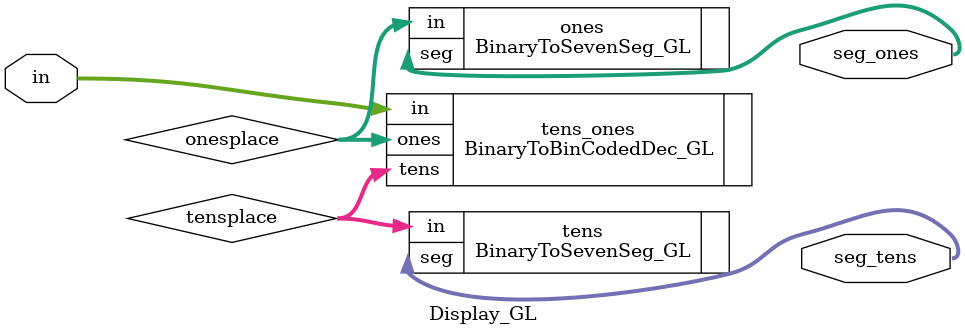
<source format=v>

`ifndef DISPLAY_GL_V
`define DISPLAY_GL_V

`include "BinaryToBinCodedDec_GL.v"
`include "BinaryToSevenSeg_GL.v"

module Display_GL
(
  (* keep=1 *) input  wire [4:0] in,
  (* keep=1 *) output wire [6:0] seg_tens,
  (* keep=1 *) output wire [6:0] seg_ones
);

  wire [3:0] tensplace;
  wire [3:0] onesplace;

  BinaryToBinCodedDec_GL tens_ones (
    .in(in),
    .tens(tensplace),
    .ones(onesplace)
  );

  BinaryToSevenSeg_GL ones(
    .in(onesplace),
    .seg(seg_ones)
  );

  BinaryToSevenSeg_GL tens(
    .in(tensplace),
    .seg(seg_tens)
  );

endmodule

`endif /* DISPLAY_GL_V */


</source>
